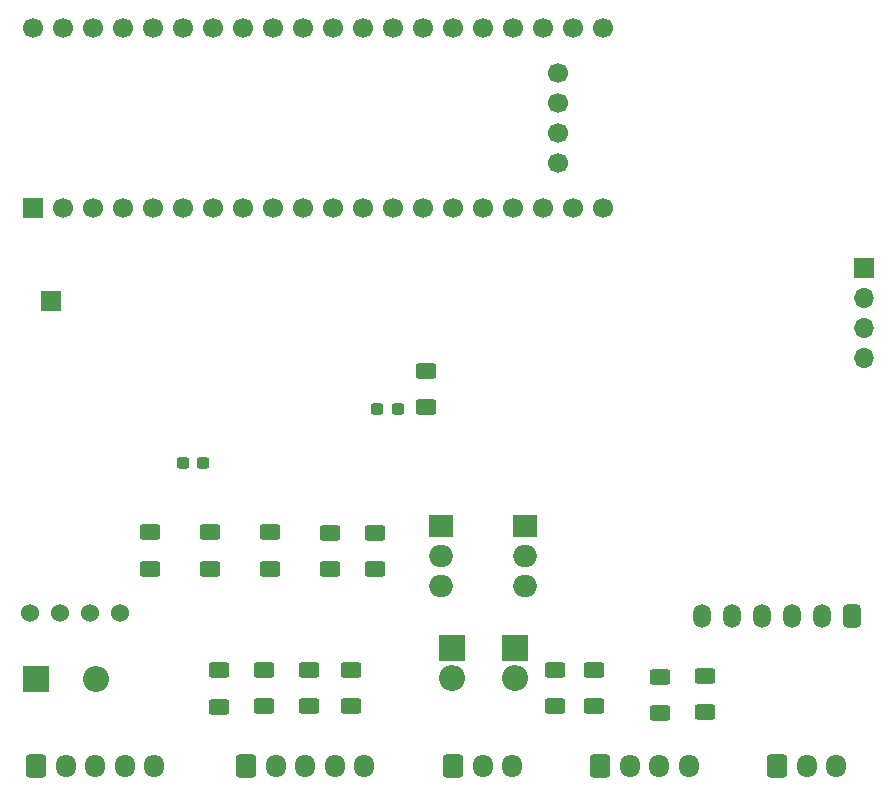
<source format=gbr>
%TF.GenerationSoftware,KiCad,Pcbnew,(6.0.4)*%
%TF.CreationDate,2022-05-02T23:04:35+02:00*%
%TF.ProjectId,BoostController,426f6f73-7443-46f6-9e74-726f6c6c6572,rev?*%
%TF.SameCoordinates,Original*%
%TF.FileFunction,Soldermask,Bot*%
%TF.FilePolarity,Negative*%
%FSLAX46Y46*%
G04 Gerber Fmt 4.6, Leading zero omitted, Abs format (unit mm)*
G04 Created by KiCad (PCBNEW (6.0.4)) date 2022-05-02 23:04:35*
%MOMM*%
%LPD*%
G01*
G04 APERTURE LIST*
G04 Aperture macros list*
%AMRoundRect*
0 Rectangle with rounded corners*
0 $1 Rounding radius*
0 $2 $3 $4 $5 $6 $7 $8 $9 X,Y pos of 4 corners*
0 Add a 4 corners polygon primitive as box body*
4,1,4,$2,$3,$4,$5,$6,$7,$8,$9,$2,$3,0*
0 Add four circle primitives for the rounded corners*
1,1,$1+$1,$2,$3*
1,1,$1+$1,$4,$5*
1,1,$1+$1,$6,$7*
1,1,$1+$1,$8,$9*
0 Add four rect primitives between the rounded corners*
20,1,$1+$1,$2,$3,$4,$5,0*
20,1,$1+$1,$4,$5,$6,$7,0*
20,1,$1+$1,$6,$7,$8,$9,0*
20,1,$1+$1,$8,$9,$2,$3,0*%
G04 Aperture macros list end*
%ADD10RoundRect,0.237500X-0.300000X-0.237500X0.300000X-0.237500X0.300000X0.237500X-0.300000X0.237500X0*%
%ADD11R,1.700000X1.700000*%
%ADD12C,1.700000*%
%ADD13RoundRect,0.250000X-0.600000X-0.725000X0.600000X-0.725000X0.600000X0.725000X-0.600000X0.725000X0*%
%ADD14O,1.700000X1.950000*%
%ADD15R,2.200000X2.200000*%
%ADD16O,2.200000X2.200000*%
%ADD17C,1.524000*%
%ADD18R,2.000000X1.905000*%
%ADD19O,2.000000X1.905000*%
%ADD20RoundRect,0.381000X0.381000X0.619000X-0.381000X0.619000X-0.381000X-0.619000X0.381000X-0.619000X0*%
%ADD21O,1.524000X2.000000*%
%ADD22O,1.700000X1.700000*%
%ADD23RoundRect,0.250000X0.625000X-0.400000X0.625000X0.400000X-0.625000X0.400000X-0.625000X-0.400000X0*%
%ADD24RoundRect,0.250000X-0.625000X0.400000X-0.625000X-0.400000X0.625000X-0.400000X0.625000X0.400000X0*%
G04 APERTURE END LIST*
D10*
%TO.C,C6*%
X77445000Y-90932000D03*
X79170000Y-90932000D03*
%TD*%
%TO.C,C2*%
X93879500Y-86360000D03*
X95604500Y-86360000D03*
%TD*%
D11*
%TO.C,U1*%
X64770000Y-69342000D03*
D12*
X67310000Y-69342000D03*
X69850000Y-69342000D03*
X72390000Y-69342000D03*
X74930000Y-69342000D03*
X77470000Y-69342000D03*
X80010000Y-69342000D03*
X82550000Y-69342000D03*
X85090000Y-69342000D03*
X87630000Y-69342000D03*
X90170000Y-69342000D03*
X92710000Y-69342000D03*
X95250000Y-69342000D03*
X97790000Y-69342000D03*
X100330000Y-69342000D03*
X102870000Y-69342000D03*
X105410000Y-69342000D03*
X107950000Y-69342000D03*
X110490000Y-69342000D03*
X113030000Y-69342000D03*
X113030000Y-54102000D03*
X110490000Y-54102000D03*
X107950000Y-54102000D03*
X105410000Y-54102000D03*
X102870000Y-54102000D03*
X100330000Y-54102000D03*
X97790000Y-54102000D03*
X95250000Y-54102000D03*
X92710000Y-54102000D03*
X90170000Y-54102000D03*
X87630000Y-54102000D03*
X85090000Y-54102000D03*
X82550000Y-54102000D03*
X80010000Y-54102000D03*
X77470000Y-54102000D03*
X74930000Y-54102000D03*
X72390000Y-54102000D03*
X69850000Y-54102000D03*
X67310000Y-54102000D03*
X64770000Y-54102000D03*
X109220000Y-57912000D03*
X109220000Y-60452000D03*
X109220000Y-62992000D03*
X109220000Y-65532000D03*
%TD*%
D13*
%TO.C,J1*%
X65024000Y-116586000D03*
D14*
X67524000Y-116586000D03*
X70024000Y-116586000D03*
X72524000Y-116586000D03*
X75024000Y-116586000D03*
%TD*%
D13*
%TO.C,J2*%
X82804000Y-116586000D03*
D14*
X85304000Y-116586000D03*
X87804000Y-116586000D03*
X90304000Y-116586000D03*
X92804000Y-116586000D03*
%TD*%
D13*
%TO.C,J3*%
X100330000Y-116586000D03*
D14*
X102830000Y-116586000D03*
X105330000Y-116586000D03*
%TD*%
D13*
%TO.C,J4*%
X112776000Y-116586000D03*
D14*
X115276000Y-116586000D03*
X117776000Y-116586000D03*
X120276000Y-116586000D03*
%TD*%
%TO.C,J5*%
X132762000Y-116586000D03*
X130262000Y-116586000D03*
D13*
X127762000Y-116586000D03*
%TD*%
D15*
%TO.C,D2*%
X65024000Y-109220000D03*
D16*
X70104000Y-109220000D03*
%TD*%
D17*
%TO.C,U2*%
X72136000Y-103632000D03*
X69596000Y-103632000D03*
X67056000Y-103632000D03*
X64516000Y-103632000D03*
%TD*%
D18*
%TO.C,Q1*%
X99314000Y-96266000D03*
D19*
X99314000Y-98806000D03*
X99314000Y-101346000D03*
%TD*%
D18*
%TO.C,Q2*%
X106426000Y-96266000D03*
D19*
X106426000Y-98806000D03*
X106426000Y-101346000D03*
%TD*%
D15*
%TO.C,D4*%
X105537000Y-106573866D03*
D16*
X105537000Y-109113866D03*
%TD*%
%TO.C,D3*%
X100203000Y-109113866D03*
D15*
X100203000Y-106573866D03*
%TD*%
D20*
%TO.C,U3*%
X134112000Y-103886000D03*
D21*
X131572000Y-103886000D03*
X129032000Y-103886000D03*
X126492000Y-103886000D03*
X123952000Y-103886000D03*
X121412000Y-103886000D03*
%TD*%
D11*
%TO.C,J7*%
X135128000Y-74422000D03*
D22*
X135128000Y-76962000D03*
X135128000Y-79502000D03*
X135128000Y-82042000D03*
%TD*%
D11*
%TO.C,J6*%
X66294000Y-77216000D03*
%TD*%
D23*
%TO.C,R7*%
X88138000Y-111500000D03*
X88138000Y-108400000D03*
%TD*%
%TO.C,R8*%
X98044000Y-86164000D03*
X98044000Y-83064000D03*
%TD*%
%TO.C,R9*%
X91694000Y-111500000D03*
X91694000Y-108400000D03*
%TD*%
%TO.C,R10*%
X93726000Y-99880000D03*
X93726000Y-96780000D03*
%TD*%
%TO.C,R12*%
X89916000Y-99880000D03*
X89916000Y-96780000D03*
%TD*%
D24*
%TO.C,R13*%
X74676000Y-96748000D03*
X74676000Y-99848000D03*
%TD*%
D23*
%TO.C,R14*%
X79756000Y-99848000D03*
X79756000Y-96748000D03*
%TD*%
%TO.C,R15*%
X117856000Y-112072000D03*
X117856000Y-108972000D03*
%TD*%
D24*
%TO.C,R16*%
X121666000Y-108908000D03*
X121666000Y-112008000D03*
%TD*%
D23*
%TO.C,R17*%
X80518000Y-111532000D03*
X80518000Y-108432000D03*
%TD*%
%TO.C,R18*%
X84836000Y-99848000D03*
X84836000Y-96748000D03*
%TD*%
%TO.C,R19*%
X112268000Y-111500000D03*
X112268000Y-108400000D03*
%TD*%
D24*
%TO.C,R20*%
X108966000Y-108400000D03*
X108966000Y-111500000D03*
%TD*%
D23*
%TO.C,R11*%
X84328000Y-111500000D03*
X84328000Y-108400000D03*
%TD*%
M02*

</source>
